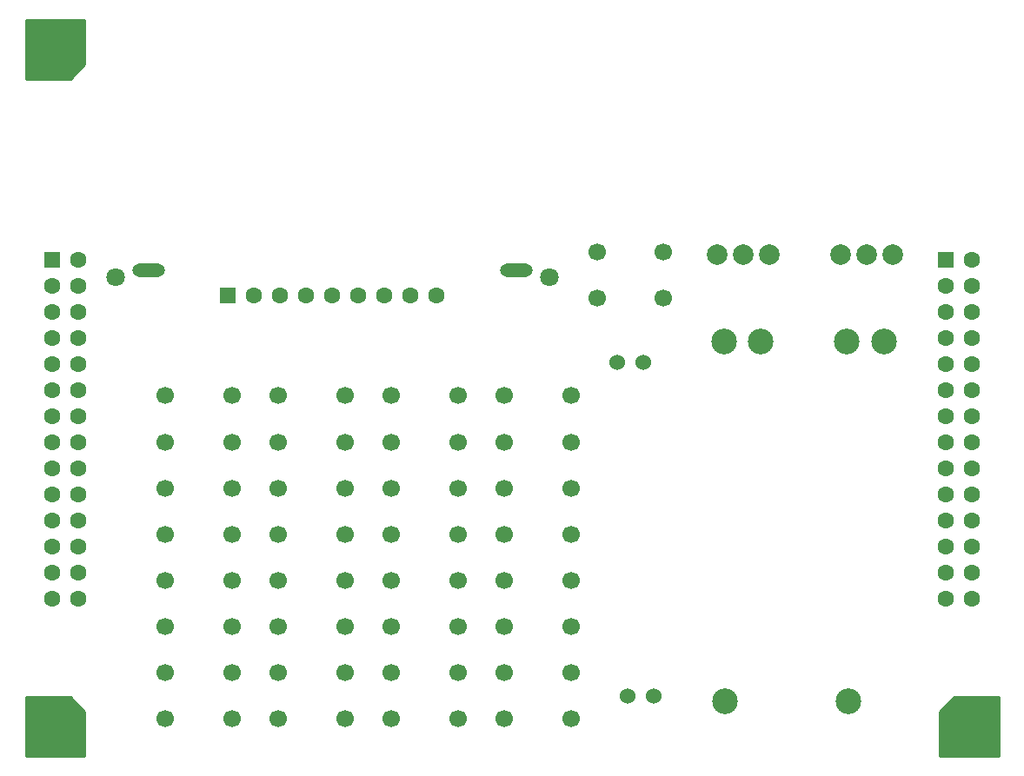
<source format=gbs>
%TF.GenerationSoftware,KiCad,Pcbnew,(5.1.12)-1*%
%TF.CreationDate,2022-03-07T14:57:08+09:00*%
%TF.ProjectId,RP2040CommandStationKeypad,52503230-3430-4436-9f6d-6d616e645374,rev?*%
%TF.SameCoordinates,PX4b571c0PY7cee6c0*%
%TF.FileFunction,Soldermask,Bot*%
%TF.FilePolarity,Negative*%
%FSLAX46Y46*%
G04 Gerber Fmt 4.6, Leading zero omitted, Abs format (unit mm)*
G04 Created by KiCad (PCBNEW (5.1.12)-1) date 2022-03-07 14:57:08*
%MOMM*%
%LPD*%
G01*
G04 APERTURE LIST*
%ADD10C,1.800000*%
%ADD11O,3.200000X1.300000*%
%ADD12C,1.600000*%
%ADD13R,1.600000X1.600000*%
%ADD14C,1.524000*%
%ADD15C,1.700000*%
%ADD16C,2.000000*%
%ADD17C,2.500000*%
%ADD18C,3.200000*%
%ADD19C,0.254000*%
%ADD20C,0.100000*%
G04 APERTURE END LIST*
D10*
%TO.C,U1*%
X51100000Y46800000D03*
X8900000Y46800000D03*
D11*
X47900000Y47500000D03*
X12100000Y47500000D03*
D12*
X40160000Y45000000D03*
X37620000Y45000000D03*
X35080000Y45000000D03*
X32540000Y45000000D03*
X30000000Y45000000D03*
X27460000Y45000000D03*
X24920000Y45000000D03*
X22380000Y45000000D03*
D13*
X19840000Y45000000D03*
%TD*%
D12*
%TO.C,J1*%
X5270000Y15490000D03*
X2730000Y15490000D03*
X5270000Y18030000D03*
X2730000Y18030000D03*
X5270000Y20570000D03*
X2730000Y20570000D03*
X5270000Y23110000D03*
X2730000Y23110000D03*
X5270000Y25650000D03*
X2730000Y25650000D03*
X5270000Y28190000D03*
X2730000Y28190000D03*
X5270000Y30730000D03*
X2730000Y30730000D03*
X5270000Y33270000D03*
X2730000Y33270000D03*
X5270000Y35810000D03*
X2730000Y35810000D03*
X5270000Y38350000D03*
X2730000Y38350000D03*
X5270000Y40890000D03*
X2730000Y40890000D03*
X5270000Y43430000D03*
X2730000Y43430000D03*
X5270000Y45970000D03*
X2730000Y45970000D03*
X5270000Y48510000D03*
D13*
X2730000Y48510000D03*
%TD*%
D12*
%TO.C,J2*%
X92270000Y15490000D03*
X89730000Y15490000D03*
X92270000Y18030000D03*
X89730000Y18030000D03*
X92270000Y20570000D03*
X89730000Y20570000D03*
X92270000Y23110000D03*
X89730000Y23110000D03*
X92270000Y25650000D03*
X89730000Y25650000D03*
X92270000Y28190000D03*
X89730000Y28190000D03*
X92270000Y30730000D03*
X89730000Y30730000D03*
X92270000Y33270000D03*
X89730000Y33270000D03*
X92270000Y35810000D03*
X89730000Y35810000D03*
X92270000Y38350000D03*
X89730000Y38350000D03*
X92270000Y40890000D03*
X89730000Y40890000D03*
X92270000Y43430000D03*
X89730000Y43430000D03*
X92270000Y45970000D03*
X89730000Y45970000D03*
X92270000Y48510000D03*
D13*
X89730000Y48510000D03*
%TD*%
D14*
%TO.C,D1*%
X60270000Y38500000D03*
X57730000Y38500000D03*
%TD*%
%TO.C,D2*%
X58730000Y6000000D03*
X61270000Y6000000D03*
%TD*%
D15*
%TO.C,SW1*%
X20250000Y30750000D03*
X13750000Y30750000D03*
X20250000Y35250000D03*
X13750000Y35250000D03*
%TD*%
%TO.C,SW2*%
X20250000Y21750000D03*
X13750000Y21750000D03*
X20250000Y26250000D03*
X13750000Y26250000D03*
%TD*%
%TO.C,SW3*%
X13750000Y17250000D03*
X20250000Y17250000D03*
X13750000Y12750000D03*
X20250000Y12750000D03*
%TD*%
%TO.C,SW4*%
X13750000Y8250000D03*
X20250000Y8250000D03*
X13750000Y3750000D03*
X20250000Y3750000D03*
%TD*%
%TO.C,SW5*%
X24750000Y35250000D03*
X31250000Y35250000D03*
X24750000Y30750000D03*
X31250000Y30750000D03*
%TD*%
%TO.C,SW6*%
X31250000Y21750000D03*
X24750000Y21750000D03*
X31250000Y26250000D03*
X24750000Y26250000D03*
%TD*%
%TO.C,SW7*%
X31250000Y12750000D03*
X24750000Y12750000D03*
X31250000Y17250000D03*
X24750000Y17250000D03*
%TD*%
%TO.C,SW8*%
X24750000Y8250000D03*
X31250000Y8250000D03*
X24750000Y3750000D03*
X31250000Y3750000D03*
%TD*%
%TO.C,SW9*%
X42250000Y30750000D03*
X35750000Y30750000D03*
X42250000Y35250000D03*
X35750000Y35250000D03*
%TD*%
%TO.C,SW10*%
X35750000Y26250000D03*
X42250000Y26250000D03*
X35750000Y21750000D03*
X42250000Y21750000D03*
%TD*%
%TO.C,SW11*%
X35750000Y17250000D03*
X42250000Y17250000D03*
X35750000Y12750000D03*
X42250000Y12750000D03*
%TD*%
%TO.C,SW12*%
X42250000Y3750000D03*
X35750000Y3750000D03*
X42250000Y8250000D03*
X35750000Y8250000D03*
%TD*%
%TO.C,SW13*%
X46750000Y35250000D03*
X53250000Y35250000D03*
X46750000Y30750000D03*
X53250000Y30750000D03*
%TD*%
%TO.C,SW14*%
X53250000Y21750000D03*
X46750000Y21750000D03*
X53250000Y26250000D03*
X46750000Y26250000D03*
%TD*%
%TO.C,SW15*%
X53250000Y12750000D03*
X46750000Y12750000D03*
X53250000Y17250000D03*
X46750000Y17250000D03*
%TD*%
%TO.C,SW16*%
X46750000Y8250000D03*
X53250000Y8250000D03*
X46750000Y3750000D03*
X53250000Y3750000D03*
%TD*%
%TO.C,SW17*%
X55750000Y49250000D03*
X62250000Y49250000D03*
X55750000Y44750000D03*
X62250000Y44750000D03*
%TD*%
D16*
%TO.C,SW18*%
X67460000Y49000000D03*
X70000000Y49000000D03*
X72540000Y49000000D03*
%TD*%
%TO.C,SW19*%
X84540000Y49000000D03*
X82000000Y49000000D03*
X79460000Y49000000D03*
%TD*%
D17*
%TO.C,VR1*%
X68125000Y40500000D03*
X71750000Y40500000D03*
X68250000Y5500000D03*
%TD*%
%TO.C,VR2*%
X80250000Y5500000D03*
X83750000Y40500000D03*
X80125000Y40500000D03*
%TD*%
D18*
%TO.C,H1*%
X3000000Y3000000D03*
%TD*%
%TO.C,H2*%
X92000000Y3000000D03*
%TD*%
%TO.C,H3*%
X3000000Y69000000D03*
%TD*%
D19*
X5873000Y4447394D02*
X5873000Y127000D01*
X127000Y127000D01*
X127000Y5873000D01*
X4447394Y5873000D01*
X5873000Y4447394D01*
D20*
G36*
X5873000Y4447394D02*
G01*
X5873000Y127000D01*
X127000Y127000D01*
X127000Y5873000D01*
X4447394Y5873000D01*
X5873000Y4447394D01*
G37*
D19*
X94873000Y127000D02*
X89127000Y127000D01*
X89127000Y4447394D01*
X90552606Y5873000D01*
X94873000Y5873000D01*
X94873000Y127000D01*
D20*
G36*
X94873000Y127000D02*
G01*
X89127000Y127000D01*
X89127000Y4447394D01*
X90552606Y5873000D01*
X94873000Y5873000D01*
X94873000Y127000D01*
G37*
D19*
X5873000Y67552606D02*
X4447394Y66127000D01*
X127000Y66127000D01*
X127000Y71873000D01*
X5873000Y71873000D01*
X5873000Y67552606D01*
D20*
G36*
X5873000Y67552606D02*
G01*
X4447394Y66127000D01*
X127000Y66127000D01*
X127000Y71873000D01*
X5873000Y71873000D01*
X5873000Y67552606D01*
G37*
M02*

</source>
